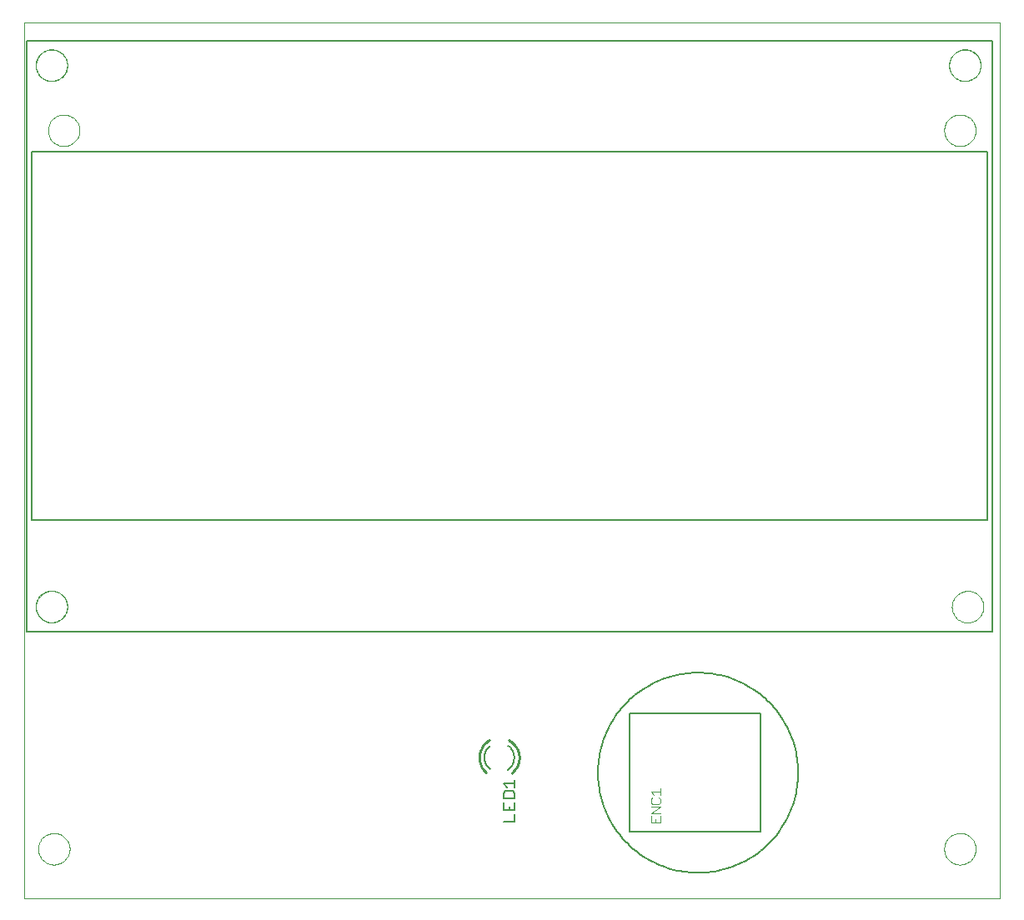
<source format=gto>
G75*
%MOIN*%
%OFA0B0*%
%FSLAX24Y24*%
%IPPOS*%
%LPD*%
%AMOC8*
5,1,8,0,0,1.08239X$1,22.5*
%
%ADD10C,0.0000*%
%ADD11C,0.0050*%
%ADD12C,0.0030*%
%ADD13C,0.0060*%
%ADD14C,0.0100*%
D10*
X000394Y000139D02*
X000394Y035179D01*
X039370Y035179D01*
X039370Y000139D01*
X000394Y000139D01*
X000945Y002108D02*
X000947Y002158D01*
X000953Y002208D01*
X000963Y002257D01*
X000977Y002305D01*
X000994Y002352D01*
X001015Y002397D01*
X001040Y002441D01*
X001068Y002482D01*
X001100Y002521D01*
X001134Y002558D01*
X001171Y002592D01*
X001211Y002622D01*
X001253Y002649D01*
X001297Y002673D01*
X001343Y002694D01*
X001390Y002710D01*
X001438Y002723D01*
X001488Y002732D01*
X001537Y002737D01*
X001588Y002738D01*
X001638Y002735D01*
X001687Y002728D01*
X001736Y002717D01*
X001784Y002702D01*
X001830Y002684D01*
X001875Y002662D01*
X001918Y002636D01*
X001959Y002607D01*
X001998Y002575D01*
X002034Y002540D01*
X002066Y002502D01*
X002096Y002462D01*
X002123Y002419D01*
X002146Y002375D01*
X002165Y002329D01*
X002181Y002281D01*
X002193Y002232D01*
X002201Y002183D01*
X002205Y002133D01*
X002205Y002083D01*
X002201Y002033D01*
X002193Y001984D01*
X002181Y001935D01*
X002165Y001887D01*
X002146Y001841D01*
X002123Y001797D01*
X002096Y001754D01*
X002066Y001714D01*
X002034Y001676D01*
X001998Y001641D01*
X001959Y001609D01*
X001918Y001580D01*
X001875Y001554D01*
X001830Y001532D01*
X001784Y001514D01*
X001736Y001499D01*
X001687Y001488D01*
X001638Y001481D01*
X001588Y001478D01*
X001537Y001479D01*
X001488Y001484D01*
X001438Y001493D01*
X001390Y001506D01*
X001343Y001522D01*
X001297Y001543D01*
X001253Y001567D01*
X001211Y001594D01*
X001171Y001624D01*
X001134Y001658D01*
X001100Y001695D01*
X001068Y001734D01*
X001040Y001775D01*
X001015Y001819D01*
X000994Y001864D01*
X000977Y001911D01*
X000963Y001959D01*
X000953Y002008D01*
X000947Y002058D01*
X000945Y002108D01*
X000854Y011793D02*
X000856Y011843D01*
X000862Y011893D01*
X000872Y011942D01*
X000886Y011990D01*
X000903Y012037D01*
X000924Y012082D01*
X000949Y012126D01*
X000977Y012167D01*
X001009Y012206D01*
X001043Y012243D01*
X001080Y012277D01*
X001120Y012307D01*
X001162Y012334D01*
X001206Y012358D01*
X001252Y012379D01*
X001299Y012395D01*
X001347Y012408D01*
X001397Y012417D01*
X001446Y012422D01*
X001497Y012423D01*
X001547Y012420D01*
X001596Y012413D01*
X001645Y012402D01*
X001693Y012387D01*
X001739Y012369D01*
X001784Y012347D01*
X001827Y012321D01*
X001868Y012292D01*
X001907Y012260D01*
X001943Y012225D01*
X001975Y012187D01*
X002005Y012147D01*
X002032Y012104D01*
X002055Y012060D01*
X002074Y012014D01*
X002090Y011966D01*
X002102Y011917D01*
X002110Y011868D01*
X002114Y011818D01*
X002114Y011768D01*
X002110Y011718D01*
X002102Y011669D01*
X002090Y011620D01*
X002074Y011572D01*
X002055Y011526D01*
X002032Y011482D01*
X002005Y011439D01*
X001975Y011399D01*
X001943Y011361D01*
X001907Y011326D01*
X001868Y011294D01*
X001827Y011265D01*
X001784Y011239D01*
X001739Y011217D01*
X001693Y011199D01*
X001645Y011184D01*
X001596Y011173D01*
X001547Y011166D01*
X001497Y011163D01*
X001446Y011164D01*
X001397Y011169D01*
X001347Y011178D01*
X001299Y011191D01*
X001252Y011207D01*
X001206Y011228D01*
X001162Y011252D01*
X001120Y011279D01*
X001080Y011309D01*
X001043Y011343D01*
X001009Y011380D01*
X000977Y011419D01*
X000949Y011460D01*
X000924Y011504D01*
X000903Y011549D01*
X000886Y011596D01*
X000872Y011644D01*
X000862Y011693D01*
X000856Y011743D01*
X000854Y011793D01*
X000846Y011803D02*
X000848Y011853D01*
X000854Y011903D01*
X000864Y011952D01*
X000878Y012000D01*
X000895Y012047D01*
X000916Y012092D01*
X000941Y012136D01*
X000969Y012177D01*
X001001Y012216D01*
X001035Y012253D01*
X001072Y012287D01*
X001112Y012317D01*
X001154Y012344D01*
X001198Y012368D01*
X001244Y012389D01*
X001291Y012405D01*
X001339Y012418D01*
X001389Y012427D01*
X001438Y012432D01*
X001489Y012433D01*
X001539Y012430D01*
X001588Y012423D01*
X001637Y012412D01*
X001685Y012397D01*
X001731Y012379D01*
X001776Y012357D01*
X001819Y012331D01*
X001860Y012302D01*
X001899Y012270D01*
X001935Y012235D01*
X001967Y012197D01*
X001997Y012157D01*
X002024Y012114D01*
X002047Y012070D01*
X002066Y012024D01*
X002082Y011976D01*
X002094Y011927D01*
X002102Y011878D01*
X002106Y011828D01*
X002106Y011778D01*
X002102Y011728D01*
X002094Y011679D01*
X002082Y011630D01*
X002066Y011582D01*
X002047Y011536D01*
X002024Y011492D01*
X001997Y011449D01*
X001967Y011409D01*
X001935Y011371D01*
X001899Y011336D01*
X001860Y011304D01*
X001819Y011275D01*
X001776Y011249D01*
X001731Y011227D01*
X001685Y011209D01*
X001637Y011194D01*
X001588Y011183D01*
X001539Y011176D01*
X001489Y011173D01*
X001438Y011174D01*
X001389Y011179D01*
X001339Y011188D01*
X001291Y011201D01*
X001244Y011217D01*
X001198Y011238D01*
X001154Y011262D01*
X001112Y011289D01*
X001072Y011319D01*
X001035Y011353D01*
X001001Y011390D01*
X000969Y011429D01*
X000941Y011470D01*
X000916Y011514D01*
X000895Y011559D01*
X000878Y011606D01*
X000864Y011654D01*
X000854Y011703D01*
X000848Y011753D01*
X000846Y011803D01*
X001339Y030848D02*
X001341Y030898D01*
X001347Y030948D01*
X001357Y030997D01*
X001371Y031045D01*
X001388Y031092D01*
X001409Y031137D01*
X001434Y031181D01*
X001462Y031222D01*
X001494Y031261D01*
X001528Y031298D01*
X001565Y031332D01*
X001605Y031362D01*
X001647Y031389D01*
X001691Y031413D01*
X001737Y031434D01*
X001784Y031450D01*
X001832Y031463D01*
X001882Y031472D01*
X001931Y031477D01*
X001982Y031478D01*
X002032Y031475D01*
X002081Y031468D01*
X002130Y031457D01*
X002178Y031442D01*
X002224Y031424D01*
X002269Y031402D01*
X002312Y031376D01*
X002353Y031347D01*
X002392Y031315D01*
X002428Y031280D01*
X002460Y031242D01*
X002490Y031202D01*
X002517Y031159D01*
X002540Y031115D01*
X002559Y031069D01*
X002575Y031021D01*
X002587Y030972D01*
X002595Y030923D01*
X002599Y030873D01*
X002599Y030823D01*
X002595Y030773D01*
X002587Y030724D01*
X002575Y030675D01*
X002559Y030627D01*
X002540Y030581D01*
X002517Y030537D01*
X002490Y030494D01*
X002460Y030454D01*
X002428Y030416D01*
X002392Y030381D01*
X002353Y030349D01*
X002312Y030320D01*
X002269Y030294D01*
X002224Y030272D01*
X002178Y030254D01*
X002130Y030239D01*
X002081Y030228D01*
X002032Y030221D01*
X001982Y030218D01*
X001931Y030219D01*
X001882Y030224D01*
X001832Y030233D01*
X001784Y030246D01*
X001737Y030262D01*
X001691Y030283D01*
X001647Y030307D01*
X001605Y030334D01*
X001565Y030364D01*
X001528Y030398D01*
X001494Y030435D01*
X001462Y030474D01*
X001434Y030515D01*
X001409Y030559D01*
X001388Y030604D01*
X001371Y030651D01*
X001357Y030699D01*
X001347Y030748D01*
X001341Y030798D01*
X001339Y030848D01*
X000854Y033446D02*
X000856Y033496D01*
X000862Y033546D01*
X000872Y033595D01*
X000886Y033643D01*
X000903Y033690D01*
X000924Y033735D01*
X000949Y033779D01*
X000977Y033820D01*
X001009Y033859D01*
X001043Y033896D01*
X001080Y033930D01*
X001120Y033960D01*
X001162Y033987D01*
X001206Y034011D01*
X001252Y034032D01*
X001299Y034048D01*
X001347Y034061D01*
X001397Y034070D01*
X001446Y034075D01*
X001497Y034076D01*
X001547Y034073D01*
X001596Y034066D01*
X001645Y034055D01*
X001693Y034040D01*
X001739Y034022D01*
X001784Y034000D01*
X001827Y033974D01*
X001868Y033945D01*
X001907Y033913D01*
X001943Y033878D01*
X001975Y033840D01*
X002005Y033800D01*
X002032Y033757D01*
X002055Y033713D01*
X002074Y033667D01*
X002090Y033619D01*
X002102Y033570D01*
X002110Y033521D01*
X002114Y033471D01*
X002114Y033421D01*
X002110Y033371D01*
X002102Y033322D01*
X002090Y033273D01*
X002074Y033225D01*
X002055Y033179D01*
X002032Y033135D01*
X002005Y033092D01*
X001975Y033052D01*
X001943Y033014D01*
X001907Y032979D01*
X001868Y032947D01*
X001827Y032918D01*
X001784Y032892D01*
X001739Y032870D01*
X001693Y032852D01*
X001645Y032837D01*
X001596Y032826D01*
X001547Y032819D01*
X001497Y032816D01*
X001446Y032817D01*
X001397Y032822D01*
X001347Y032831D01*
X001299Y032844D01*
X001252Y032860D01*
X001206Y032881D01*
X001162Y032905D01*
X001120Y032932D01*
X001080Y032962D01*
X001043Y032996D01*
X001009Y033033D01*
X000977Y033072D01*
X000949Y033113D01*
X000924Y033157D01*
X000903Y033202D01*
X000886Y033249D01*
X000872Y033297D01*
X000862Y033346D01*
X000856Y033396D01*
X000854Y033446D01*
X000846Y033456D02*
X000848Y033506D01*
X000854Y033556D01*
X000864Y033605D01*
X000878Y033653D01*
X000895Y033700D01*
X000916Y033745D01*
X000941Y033789D01*
X000969Y033830D01*
X001001Y033869D01*
X001035Y033906D01*
X001072Y033940D01*
X001112Y033970D01*
X001154Y033997D01*
X001198Y034021D01*
X001244Y034042D01*
X001291Y034058D01*
X001339Y034071D01*
X001389Y034080D01*
X001438Y034085D01*
X001489Y034086D01*
X001539Y034083D01*
X001588Y034076D01*
X001637Y034065D01*
X001685Y034050D01*
X001731Y034032D01*
X001776Y034010D01*
X001819Y033984D01*
X001860Y033955D01*
X001899Y033923D01*
X001935Y033888D01*
X001967Y033850D01*
X001997Y033810D01*
X002024Y033767D01*
X002047Y033723D01*
X002066Y033677D01*
X002082Y033629D01*
X002094Y033580D01*
X002102Y033531D01*
X002106Y033481D01*
X002106Y033431D01*
X002102Y033381D01*
X002094Y033332D01*
X002082Y033283D01*
X002066Y033235D01*
X002047Y033189D01*
X002024Y033145D01*
X001997Y033102D01*
X001967Y033062D01*
X001935Y033024D01*
X001899Y032989D01*
X001860Y032957D01*
X001819Y032928D01*
X001776Y032902D01*
X001731Y032880D01*
X001685Y032862D01*
X001637Y032847D01*
X001588Y032836D01*
X001539Y032829D01*
X001489Y032826D01*
X001438Y032827D01*
X001389Y032832D01*
X001339Y032841D01*
X001291Y032854D01*
X001244Y032870D01*
X001198Y032891D01*
X001154Y032915D01*
X001112Y032942D01*
X001072Y032972D01*
X001035Y033006D01*
X001001Y033043D01*
X000969Y033082D01*
X000941Y033123D01*
X000916Y033167D01*
X000895Y033212D01*
X000878Y033259D01*
X000864Y033307D01*
X000854Y033356D01*
X000848Y033406D01*
X000846Y033456D01*
X037165Y030848D02*
X037167Y030898D01*
X037173Y030948D01*
X037183Y030997D01*
X037197Y031045D01*
X037214Y031092D01*
X037235Y031137D01*
X037260Y031181D01*
X037288Y031222D01*
X037320Y031261D01*
X037354Y031298D01*
X037391Y031332D01*
X037431Y031362D01*
X037473Y031389D01*
X037517Y031413D01*
X037563Y031434D01*
X037610Y031450D01*
X037658Y031463D01*
X037708Y031472D01*
X037757Y031477D01*
X037808Y031478D01*
X037858Y031475D01*
X037907Y031468D01*
X037956Y031457D01*
X038004Y031442D01*
X038050Y031424D01*
X038095Y031402D01*
X038138Y031376D01*
X038179Y031347D01*
X038218Y031315D01*
X038254Y031280D01*
X038286Y031242D01*
X038316Y031202D01*
X038343Y031159D01*
X038366Y031115D01*
X038385Y031069D01*
X038401Y031021D01*
X038413Y030972D01*
X038421Y030923D01*
X038425Y030873D01*
X038425Y030823D01*
X038421Y030773D01*
X038413Y030724D01*
X038401Y030675D01*
X038385Y030627D01*
X038366Y030581D01*
X038343Y030537D01*
X038316Y030494D01*
X038286Y030454D01*
X038254Y030416D01*
X038218Y030381D01*
X038179Y030349D01*
X038138Y030320D01*
X038095Y030294D01*
X038050Y030272D01*
X038004Y030254D01*
X037956Y030239D01*
X037907Y030228D01*
X037858Y030221D01*
X037808Y030218D01*
X037757Y030219D01*
X037708Y030224D01*
X037658Y030233D01*
X037610Y030246D01*
X037563Y030262D01*
X037517Y030283D01*
X037473Y030307D01*
X037431Y030334D01*
X037391Y030364D01*
X037354Y030398D01*
X037320Y030435D01*
X037288Y030474D01*
X037260Y030515D01*
X037235Y030559D01*
X037214Y030604D01*
X037197Y030651D01*
X037183Y030699D01*
X037173Y030748D01*
X037167Y030798D01*
X037165Y030848D01*
X037354Y033446D02*
X037356Y033496D01*
X037362Y033546D01*
X037372Y033595D01*
X037386Y033643D01*
X037403Y033690D01*
X037424Y033735D01*
X037449Y033779D01*
X037477Y033820D01*
X037509Y033859D01*
X037543Y033896D01*
X037580Y033930D01*
X037620Y033960D01*
X037662Y033987D01*
X037706Y034011D01*
X037752Y034032D01*
X037799Y034048D01*
X037847Y034061D01*
X037897Y034070D01*
X037946Y034075D01*
X037997Y034076D01*
X038047Y034073D01*
X038096Y034066D01*
X038145Y034055D01*
X038193Y034040D01*
X038239Y034022D01*
X038284Y034000D01*
X038327Y033974D01*
X038368Y033945D01*
X038407Y033913D01*
X038443Y033878D01*
X038475Y033840D01*
X038505Y033800D01*
X038532Y033757D01*
X038555Y033713D01*
X038574Y033667D01*
X038590Y033619D01*
X038602Y033570D01*
X038610Y033521D01*
X038614Y033471D01*
X038614Y033421D01*
X038610Y033371D01*
X038602Y033322D01*
X038590Y033273D01*
X038574Y033225D01*
X038555Y033179D01*
X038532Y033135D01*
X038505Y033092D01*
X038475Y033052D01*
X038443Y033014D01*
X038407Y032979D01*
X038368Y032947D01*
X038327Y032918D01*
X038284Y032892D01*
X038239Y032870D01*
X038193Y032852D01*
X038145Y032837D01*
X038096Y032826D01*
X038047Y032819D01*
X037997Y032816D01*
X037946Y032817D01*
X037897Y032822D01*
X037847Y032831D01*
X037799Y032844D01*
X037752Y032860D01*
X037706Y032881D01*
X037662Y032905D01*
X037620Y032932D01*
X037580Y032962D01*
X037543Y032996D01*
X037509Y033033D01*
X037477Y033072D01*
X037449Y033113D01*
X037424Y033157D01*
X037403Y033202D01*
X037386Y033249D01*
X037372Y033297D01*
X037362Y033346D01*
X037356Y033396D01*
X037354Y033446D01*
X037362Y033456D02*
X037364Y033506D01*
X037370Y033556D01*
X037380Y033605D01*
X037394Y033653D01*
X037411Y033700D01*
X037432Y033745D01*
X037457Y033789D01*
X037485Y033830D01*
X037517Y033869D01*
X037551Y033906D01*
X037588Y033940D01*
X037628Y033970D01*
X037670Y033997D01*
X037714Y034021D01*
X037760Y034042D01*
X037807Y034058D01*
X037855Y034071D01*
X037905Y034080D01*
X037954Y034085D01*
X038005Y034086D01*
X038055Y034083D01*
X038104Y034076D01*
X038153Y034065D01*
X038201Y034050D01*
X038247Y034032D01*
X038292Y034010D01*
X038335Y033984D01*
X038376Y033955D01*
X038415Y033923D01*
X038451Y033888D01*
X038483Y033850D01*
X038513Y033810D01*
X038540Y033767D01*
X038563Y033723D01*
X038582Y033677D01*
X038598Y033629D01*
X038610Y033580D01*
X038618Y033531D01*
X038622Y033481D01*
X038622Y033431D01*
X038618Y033381D01*
X038610Y033332D01*
X038598Y033283D01*
X038582Y033235D01*
X038563Y033189D01*
X038540Y033145D01*
X038513Y033102D01*
X038483Y033062D01*
X038451Y033024D01*
X038415Y032989D01*
X038376Y032957D01*
X038335Y032928D01*
X038292Y032902D01*
X038247Y032880D01*
X038201Y032862D01*
X038153Y032847D01*
X038104Y032836D01*
X038055Y032829D01*
X038005Y032826D01*
X037954Y032827D01*
X037905Y032832D01*
X037855Y032841D01*
X037807Y032854D01*
X037760Y032870D01*
X037714Y032891D01*
X037670Y032915D01*
X037628Y032942D01*
X037588Y032972D01*
X037551Y033006D01*
X037517Y033043D01*
X037485Y033082D01*
X037457Y033123D01*
X037432Y033167D01*
X037411Y033212D01*
X037394Y033259D01*
X037380Y033307D01*
X037370Y033356D01*
X037364Y033406D01*
X037362Y033456D01*
X037468Y011793D02*
X037470Y011843D01*
X037476Y011893D01*
X037486Y011942D01*
X037500Y011990D01*
X037517Y012037D01*
X037538Y012082D01*
X037563Y012126D01*
X037591Y012167D01*
X037623Y012206D01*
X037657Y012243D01*
X037694Y012277D01*
X037734Y012307D01*
X037776Y012334D01*
X037820Y012358D01*
X037866Y012379D01*
X037913Y012395D01*
X037961Y012408D01*
X038011Y012417D01*
X038060Y012422D01*
X038111Y012423D01*
X038161Y012420D01*
X038210Y012413D01*
X038259Y012402D01*
X038307Y012387D01*
X038353Y012369D01*
X038398Y012347D01*
X038441Y012321D01*
X038482Y012292D01*
X038521Y012260D01*
X038557Y012225D01*
X038589Y012187D01*
X038619Y012147D01*
X038646Y012104D01*
X038669Y012060D01*
X038688Y012014D01*
X038704Y011966D01*
X038716Y011917D01*
X038724Y011868D01*
X038728Y011818D01*
X038728Y011768D01*
X038724Y011718D01*
X038716Y011669D01*
X038704Y011620D01*
X038688Y011572D01*
X038669Y011526D01*
X038646Y011482D01*
X038619Y011439D01*
X038589Y011399D01*
X038557Y011361D01*
X038521Y011326D01*
X038482Y011294D01*
X038441Y011265D01*
X038398Y011239D01*
X038353Y011217D01*
X038307Y011199D01*
X038259Y011184D01*
X038210Y011173D01*
X038161Y011166D01*
X038111Y011163D01*
X038060Y011164D01*
X038011Y011169D01*
X037961Y011178D01*
X037913Y011191D01*
X037866Y011207D01*
X037820Y011228D01*
X037776Y011252D01*
X037734Y011279D01*
X037694Y011309D01*
X037657Y011343D01*
X037623Y011380D01*
X037591Y011419D01*
X037563Y011460D01*
X037538Y011504D01*
X037517Y011549D01*
X037500Y011596D01*
X037486Y011644D01*
X037476Y011693D01*
X037470Y011743D01*
X037468Y011793D01*
X037165Y002108D02*
X037167Y002158D01*
X037173Y002208D01*
X037183Y002257D01*
X037197Y002305D01*
X037214Y002352D01*
X037235Y002397D01*
X037260Y002441D01*
X037288Y002482D01*
X037320Y002521D01*
X037354Y002558D01*
X037391Y002592D01*
X037431Y002622D01*
X037473Y002649D01*
X037517Y002673D01*
X037563Y002694D01*
X037610Y002710D01*
X037658Y002723D01*
X037708Y002732D01*
X037757Y002737D01*
X037808Y002738D01*
X037858Y002735D01*
X037907Y002728D01*
X037956Y002717D01*
X038004Y002702D01*
X038050Y002684D01*
X038095Y002662D01*
X038138Y002636D01*
X038179Y002607D01*
X038218Y002575D01*
X038254Y002540D01*
X038286Y002502D01*
X038316Y002462D01*
X038343Y002419D01*
X038366Y002375D01*
X038385Y002329D01*
X038401Y002281D01*
X038413Y002232D01*
X038421Y002183D01*
X038425Y002133D01*
X038425Y002083D01*
X038421Y002033D01*
X038413Y001984D01*
X038401Y001935D01*
X038385Y001887D01*
X038366Y001841D01*
X038343Y001797D01*
X038316Y001754D01*
X038286Y001714D01*
X038254Y001676D01*
X038218Y001641D01*
X038179Y001609D01*
X038138Y001580D01*
X038095Y001554D01*
X038050Y001532D01*
X038004Y001514D01*
X037956Y001499D01*
X037907Y001488D01*
X037858Y001481D01*
X037808Y001478D01*
X037757Y001479D01*
X037708Y001484D01*
X037658Y001493D01*
X037610Y001506D01*
X037563Y001522D01*
X037517Y001543D01*
X037473Y001567D01*
X037431Y001594D01*
X037391Y001624D01*
X037354Y001658D01*
X037320Y001695D01*
X037288Y001734D01*
X037260Y001775D01*
X037235Y001819D01*
X037214Y001864D01*
X037197Y001911D01*
X037183Y001959D01*
X037173Y002008D01*
X037167Y002058D01*
X037165Y002108D01*
D11*
X029825Y002780D02*
X024575Y002780D01*
X024575Y007530D01*
X029825Y007530D01*
X029825Y002780D01*
X023325Y005155D02*
X023327Y005281D01*
X023333Y005407D01*
X023343Y005533D01*
X023357Y005659D01*
X023375Y005784D01*
X023397Y005908D01*
X023422Y006032D01*
X023452Y006155D01*
X023485Y006276D01*
X023523Y006397D01*
X023564Y006516D01*
X023609Y006635D01*
X023657Y006751D01*
X023709Y006866D01*
X023765Y006979D01*
X023825Y007091D01*
X023888Y007200D01*
X023954Y007308D01*
X024023Y007413D01*
X024096Y007516D01*
X024173Y007617D01*
X024252Y007715D01*
X024334Y007811D01*
X024420Y007904D01*
X024508Y007995D01*
X024599Y008082D01*
X024693Y008167D01*
X024789Y008248D01*
X024888Y008327D01*
X024989Y008402D01*
X025093Y008474D01*
X025199Y008543D01*
X025307Y008609D01*
X025417Y008671D01*
X025529Y008729D01*
X025642Y008784D01*
X025758Y008835D01*
X025875Y008883D01*
X025993Y008927D01*
X026113Y008967D01*
X026234Y009003D01*
X026356Y009036D01*
X026479Y009065D01*
X026603Y009089D01*
X026727Y009110D01*
X026852Y009127D01*
X026978Y009140D01*
X027104Y009149D01*
X027230Y009154D01*
X027357Y009155D01*
X027483Y009152D01*
X027609Y009145D01*
X027735Y009134D01*
X027860Y009119D01*
X027985Y009100D01*
X028109Y009077D01*
X028233Y009051D01*
X028355Y009020D01*
X028477Y008986D01*
X028597Y008947D01*
X028716Y008905D01*
X028834Y008860D01*
X028950Y008810D01*
X029065Y008757D01*
X029177Y008700D01*
X029288Y008640D01*
X029397Y008576D01*
X029504Y008509D01*
X029609Y008439D01*
X029712Y008365D01*
X029812Y008288D01*
X029910Y008208D01*
X030005Y008125D01*
X030097Y008039D01*
X030187Y007950D01*
X030274Y007858D01*
X030357Y007764D01*
X030438Y007667D01*
X030516Y007567D01*
X030591Y007465D01*
X030662Y007361D01*
X030730Y007254D01*
X030794Y007146D01*
X030855Y007035D01*
X030913Y006923D01*
X030967Y006809D01*
X031017Y006693D01*
X031064Y006576D01*
X031107Y006457D01*
X031146Y006337D01*
X031182Y006216D01*
X031213Y006093D01*
X031241Y005970D01*
X031265Y005846D01*
X031285Y005721D01*
X031301Y005596D01*
X031313Y005470D01*
X031321Y005344D01*
X031325Y005218D01*
X031325Y005092D01*
X031321Y004966D01*
X031313Y004840D01*
X031301Y004714D01*
X031285Y004589D01*
X031265Y004464D01*
X031241Y004340D01*
X031213Y004217D01*
X031182Y004094D01*
X031146Y003973D01*
X031107Y003853D01*
X031064Y003734D01*
X031017Y003617D01*
X030967Y003501D01*
X030913Y003387D01*
X030855Y003275D01*
X030794Y003164D01*
X030730Y003056D01*
X030662Y002949D01*
X030591Y002845D01*
X030516Y002743D01*
X030438Y002643D01*
X030357Y002546D01*
X030274Y002452D01*
X030187Y002360D01*
X030097Y002271D01*
X030005Y002185D01*
X029910Y002102D01*
X029812Y002022D01*
X029712Y001945D01*
X029609Y001871D01*
X029504Y001801D01*
X029397Y001734D01*
X029288Y001670D01*
X029177Y001610D01*
X029065Y001553D01*
X028950Y001500D01*
X028834Y001450D01*
X028716Y001405D01*
X028597Y001363D01*
X028477Y001324D01*
X028355Y001290D01*
X028233Y001259D01*
X028109Y001233D01*
X027985Y001210D01*
X027860Y001191D01*
X027735Y001176D01*
X027609Y001165D01*
X027483Y001158D01*
X027357Y001155D01*
X027230Y001156D01*
X027104Y001161D01*
X026978Y001170D01*
X026852Y001183D01*
X026727Y001200D01*
X026603Y001221D01*
X026479Y001245D01*
X026356Y001274D01*
X026234Y001307D01*
X026113Y001343D01*
X025993Y001383D01*
X025875Y001427D01*
X025758Y001475D01*
X025642Y001526D01*
X025529Y001581D01*
X025417Y001639D01*
X025307Y001701D01*
X025199Y001767D01*
X025093Y001836D01*
X024989Y001908D01*
X024888Y001983D01*
X024789Y002062D01*
X024693Y002143D01*
X024599Y002228D01*
X024508Y002315D01*
X024420Y002406D01*
X024334Y002499D01*
X024252Y002595D01*
X024173Y002693D01*
X024096Y002794D01*
X024023Y002897D01*
X023954Y003002D01*
X023888Y003110D01*
X023825Y003219D01*
X023765Y003331D01*
X023709Y003444D01*
X023657Y003559D01*
X023609Y003675D01*
X023564Y003794D01*
X023523Y003913D01*
X023485Y004034D01*
X023452Y004155D01*
X023422Y004278D01*
X023397Y004402D01*
X023375Y004526D01*
X023357Y004651D01*
X023343Y004777D01*
X023333Y004903D01*
X023327Y005029D01*
X023325Y005155D01*
X020001Y004876D02*
X020001Y004576D01*
X020001Y004726D02*
X019551Y004726D01*
X019701Y004576D01*
X019626Y004416D02*
X019551Y004341D01*
X019551Y004116D01*
X020001Y004116D01*
X020001Y004341D01*
X019926Y004416D01*
X019626Y004416D01*
X019551Y003955D02*
X019551Y003655D01*
X020001Y003655D01*
X020001Y003955D01*
X019776Y003805D02*
X019776Y003655D01*
X020001Y003495D02*
X020001Y003195D01*
X019551Y003195D01*
X000500Y010809D02*
X039083Y010809D01*
X039083Y034431D01*
X000500Y034431D01*
X000500Y010809D01*
X000697Y015257D02*
X038886Y015257D01*
X038886Y029982D01*
X000697Y029982D01*
X000697Y015257D01*
D12*
X025439Y004399D02*
X025810Y004399D01*
X025810Y004522D02*
X025810Y004275D01*
X025748Y004154D02*
X025810Y004092D01*
X025810Y003968D01*
X025748Y003907D01*
X025501Y003907D01*
X025439Y003968D01*
X025439Y004092D01*
X025501Y004154D01*
X025563Y004275D02*
X025439Y004399D01*
X025439Y003785D02*
X025810Y003785D01*
X025439Y003538D01*
X025810Y003538D01*
X025810Y003417D02*
X025810Y003170D01*
X025439Y003170D01*
X025439Y003417D01*
X025625Y003294D02*
X025625Y003170D01*
D13*
X019008Y006235D02*
X018973Y006205D01*
X018940Y006174D01*
X018910Y006139D01*
X018883Y006103D01*
X018859Y006065D01*
X018837Y006025D01*
X018819Y005983D01*
X018803Y005940D01*
X018791Y005896D01*
X018783Y005852D01*
X018778Y005806D01*
X018776Y005761D01*
X019736Y006241D02*
X019772Y006212D01*
X019806Y006180D01*
X019837Y006145D01*
X019865Y006109D01*
X019890Y006070D01*
X019913Y006029D01*
X019932Y005987D01*
X019948Y005944D01*
X019960Y005899D01*
X019969Y005853D01*
X019974Y005807D01*
X019976Y005761D01*
X019008Y005287D02*
X018973Y005317D01*
X018940Y005348D01*
X018910Y005383D01*
X018883Y005419D01*
X018859Y005457D01*
X018837Y005497D01*
X018819Y005539D01*
X018803Y005582D01*
X018791Y005626D01*
X018783Y005670D01*
X018778Y005716D01*
X018776Y005761D01*
X019725Y005273D02*
X019762Y005302D01*
X019797Y005334D01*
X019830Y005369D01*
X019860Y005406D01*
X019886Y005445D01*
X019909Y005486D01*
X019930Y005530D01*
X019946Y005574D01*
X019959Y005620D01*
X019968Y005666D01*
X019974Y005714D01*
X019976Y005761D01*
D14*
X018979Y006456D02*
X018931Y006426D01*
X018886Y006393D01*
X018843Y006357D01*
X018802Y006319D01*
X018765Y006277D01*
X018730Y006233D01*
X018699Y006187D01*
X018670Y006138D01*
X018646Y006088D01*
X018625Y006036D01*
X018607Y005982D01*
X018594Y005928D01*
X018584Y005873D01*
X018578Y005817D01*
X018576Y005761D01*
X019752Y006467D02*
X019799Y006440D01*
X019844Y006410D01*
X019887Y006377D01*
X019927Y006341D01*
X019965Y006302D01*
X020000Y006261D01*
X020033Y006218D01*
X020062Y006173D01*
X020088Y006125D01*
X020111Y006076D01*
X020131Y006026D01*
X020147Y005975D01*
X020160Y005922D01*
X020169Y005869D01*
X020174Y005815D01*
X020176Y005761D01*
X018859Y005150D02*
X018820Y005186D01*
X018782Y005225D01*
X018748Y005265D01*
X018716Y005308D01*
X018688Y005353D01*
X018662Y005400D01*
X018639Y005449D01*
X018620Y005499D01*
X018604Y005550D01*
X018592Y005602D01*
X018583Y005654D01*
X018578Y005708D01*
X018576Y005761D01*
X019888Y005146D02*
X019928Y005182D01*
X019966Y005221D01*
X020001Y005262D01*
X020033Y005305D01*
X020063Y005350D01*
X020089Y005397D01*
X020111Y005446D01*
X020131Y005497D01*
X020147Y005548D01*
X020160Y005600D01*
X020169Y005654D01*
X020174Y005707D01*
X020176Y005761D01*
M02*

</source>
